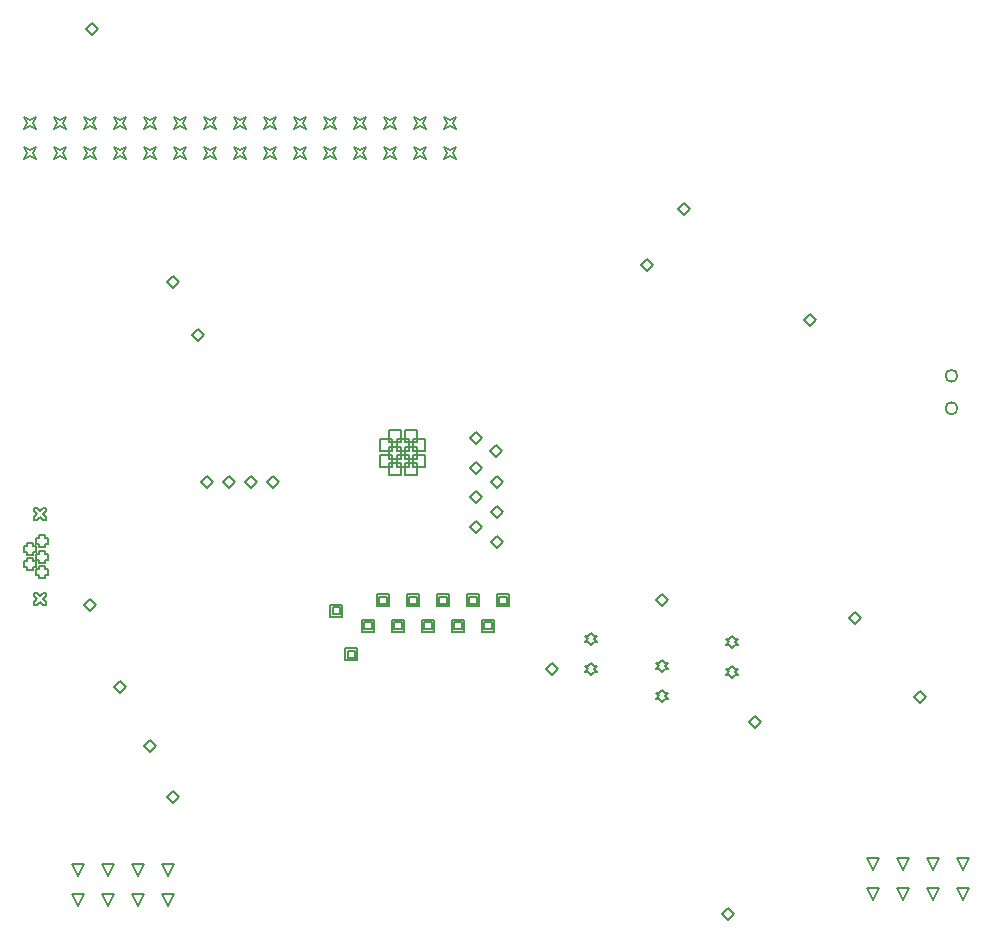
<source format=gbr>
G04*
G04 #@! TF.GenerationSoftware,Altium Limited,Altium Designer,25.3.3 (18)*
G04*
G04 Layer_Color=2752767*
%FSLAX44Y44*%
%MOMM*%
G71*
G04*
G04 #@! TF.SameCoordinates,28098AB9-3807-4A49-8781-5BF9FE85299D*
G04*
G04*
G04 #@! TF.FilePolarity,Positive*
G04*
G01*
G75*
%ADD16C,0.1270*%
%ADD82C,0.1693*%
D16*
X497840Y234950D02*
X500380Y237490D01*
X502920D01*
X500380Y240030D01*
X502920Y242570D01*
X500380D01*
X497840Y245110D01*
X495300Y242570D01*
X492760D01*
X495300Y240030D01*
X492760Y237490D01*
X495300D01*
X497840Y234950D01*
Y260350D02*
X500380Y262890D01*
X502920D01*
X500380Y265430D01*
X502920Y267970D01*
X500380D01*
X497840Y270510D01*
X495300Y267970D01*
X492760D01*
X495300Y265430D01*
X492760Y262890D01*
X495300D01*
X497840Y260350D01*
X63500Y39370D02*
X58420Y49530D01*
X68580D01*
X63500Y39370D01*
X88900D02*
X83820Y49530D01*
X93980D01*
X88900Y39370D01*
X114300D02*
X109220Y49530D01*
X119380D01*
X114300Y39370D01*
X139700D02*
X134620Y49530D01*
X144780D01*
X139700Y39370D01*
X63500Y64770D02*
X58420Y74930D01*
X68580D01*
X63500Y64770D01*
X88900D02*
X83820Y74930D01*
X93980D01*
X88900Y64770D01*
X114300D02*
X109220Y74930D01*
X119380D01*
X114300Y64770D01*
X139700D02*
X134620Y74930D01*
X144780D01*
X139700Y64770D01*
X373380Y671830D02*
X375920Y676910D01*
X373380Y681990D01*
X378460Y679450D01*
X383540Y681990D01*
X381000Y676910D01*
X383540Y671830D01*
X378460Y674370D01*
X373380Y671830D01*
Y697230D02*
X375920Y702310D01*
X373380Y707390D01*
X378460Y704850D01*
X383540Y707390D01*
X381000Y702310D01*
X383540Y697230D01*
X378460Y699770D01*
X373380Y697230D01*
X347980Y671830D02*
X350520Y676910D01*
X347980Y681990D01*
X353060Y679450D01*
X358140Y681990D01*
X355600Y676910D01*
X358140Y671830D01*
X353060Y674370D01*
X347980Y671830D01*
Y697230D02*
X350520Y702310D01*
X347980Y707390D01*
X353060Y704850D01*
X358140Y707390D01*
X355600Y702310D01*
X358140Y697230D01*
X353060Y699770D01*
X347980Y697230D01*
X322580Y671830D02*
X325120Y676910D01*
X322580Y681990D01*
X327660Y679450D01*
X332740Y681990D01*
X330200Y676910D01*
X332740Y671830D01*
X327660Y674370D01*
X322580Y671830D01*
Y697230D02*
X325120Y702310D01*
X322580Y707390D01*
X327660Y704850D01*
X332740Y707390D01*
X330200Y702310D01*
X332740Y697230D01*
X327660Y699770D01*
X322580Y697230D01*
X297180Y671830D02*
X299720Y676910D01*
X297180Y681990D01*
X302260Y679450D01*
X307340Y681990D01*
X304800Y676910D01*
X307340Y671830D01*
X302260Y674370D01*
X297180Y671830D01*
Y697230D02*
X299720Y702310D01*
X297180Y707390D01*
X302260Y704850D01*
X307340Y707390D01*
X304800Y702310D01*
X307340Y697230D01*
X302260Y699770D01*
X297180Y697230D01*
X271780Y671830D02*
X274320Y676910D01*
X271780Y681990D01*
X276860Y679450D01*
X281940Y681990D01*
X279400Y676910D01*
X281940Y671830D01*
X276860Y674370D01*
X271780Y671830D01*
Y697230D02*
X274320Y702310D01*
X271780Y707390D01*
X276860Y704850D01*
X281940Y707390D01*
X279400Y702310D01*
X281940Y697230D01*
X276860Y699770D01*
X271780Y697230D01*
X246380Y671830D02*
X248920Y676910D01*
X246380Y681990D01*
X251460Y679450D01*
X256540Y681990D01*
X254000Y676910D01*
X256540Y671830D01*
X251460Y674370D01*
X246380Y671830D01*
Y697230D02*
X248920Y702310D01*
X246380Y707390D01*
X251460Y704850D01*
X256540Y707390D01*
X254000Y702310D01*
X256540Y697230D01*
X251460Y699770D01*
X246380Y697230D01*
X220980Y671830D02*
X223520Y676910D01*
X220980Y681990D01*
X226060Y679450D01*
X231140Y681990D01*
X228600Y676910D01*
X231140Y671830D01*
X226060Y674370D01*
X220980Y671830D01*
Y697230D02*
X223520Y702310D01*
X220980Y707390D01*
X226060Y704850D01*
X231140Y707390D01*
X228600Y702310D01*
X231140Y697230D01*
X226060Y699770D01*
X220980Y697230D01*
X195580Y671830D02*
X198120Y676910D01*
X195580Y681990D01*
X200660Y679450D01*
X205740Y681990D01*
X203200Y676910D01*
X205740Y671830D01*
X200660Y674370D01*
X195580Y671830D01*
Y697230D02*
X198120Y702310D01*
X195580Y707390D01*
X200660Y704850D01*
X205740Y707390D01*
X203200Y702310D01*
X205740Y697230D01*
X200660Y699770D01*
X195580Y697230D01*
X170180Y671830D02*
X172720Y676910D01*
X170180Y681990D01*
X175260Y679450D01*
X180340Y681990D01*
X177800Y676910D01*
X180340Y671830D01*
X175260Y674370D01*
X170180Y671830D01*
Y697230D02*
X172720Y702310D01*
X170180Y707390D01*
X175260Y704850D01*
X180340Y707390D01*
X177800Y702310D01*
X180340Y697230D01*
X175260Y699770D01*
X170180Y697230D01*
X144780Y671830D02*
X147320Y676910D01*
X144780Y681990D01*
X149860Y679450D01*
X154940Y681990D01*
X152400Y676910D01*
X154940Y671830D01*
X149860Y674370D01*
X144780Y671830D01*
Y697230D02*
X147320Y702310D01*
X144780Y707390D01*
X149860Y704850D01*
X154940Y707390D01*
X152400Y702310D01*
X154940Y697230D01*
X149860Y699770D01*
X144780Y697230D01*
X119380Y671830D02*
X121920Y676910D01*
X119380Y681990D01*
X124460Y679450D01*
X129540Y681990D01*
X127000Y676910D01*
X129540Y671830D01*
X124460Y674370D01*
X119380Y671830D01*
Y697230D02*
X121920Y702310D01*
X119380Y707390D01*
X124460Y704850D01*
X129540Y707390D01*
X127000Y702310D01*
X129540Y697230D01*
X124460Y699770D01*
X119380Y697230D01*
X93980Y671830D02*
X96520Y676910D01*
X93980Y681990D01*
X99060Y679450D01*
X104140Y681990D01*
X101600Y676910D01*
X104140Y671830D01*
X99060Y674370D01*
X93980Y671830D01*
Y697230D02*
X96520Y702310D01*
X93980Y707390D01*
X99060Y704850D01*
X104140Y707390D01*
X101600Y702310D01*
X104140Y697230D01*
X99060Y699770D01*
X93980Y697230D01*
X68580Y671830D02*
X71120Y676910D01*
X68580Y681990D01*
X73660Y679450D01*
X78740Y681990D01*
X76200Y676910D01*
X78740Y671830D01*
X73660Y674370D01*
X68580Y671830D01*
Y697230D02*
X71120Y702310D01*
X68580Y707390D01*
X73660Y704850D01*
X78740Y707390D01*
X76200Y702310D01*
X78740Y697230D01*
X73660Y699770D01*
X68580Y697230D01*
X43180Y671830D02*
X45720Y676910D01*
X43180Y681990D01*
X48260Y679450D01*
X53340Y681990D01*
X50800Y676910D01*
X53340Y671830D01*
X48260Y674370D01*
X43180Y671830D01*
Y697230D02*
X45720Y702310D01*
X43180Y707390D01*
X48260Y704850D01*
X53340Y707390D01*
X50800Y702310D01*
X53340Y697230D01*
X48260Y699770D01*
X43180Y697230D01*
X17780Y671830D02*
X20320Y676910D01*
X17780Y681990D01*
X22860Y679450D01*
X27940Y681990D01*
X25400Y676910D01*
X27940Y671830D01*
X22860Y674370D01*
X17780Y671830D01*
Y697230D02*
X20320Y702310D01*
X17780Y707390D01*
X22860Y704850D01*
X27940Y707390D01*
X25400Y702310D01*
X27940Y697230D01*
X22860Y699770D01*
X17780Y697230D01*
X333110Y425100D02*
Y435260D01*
X343270D01*
Y425100D01*
X333110D01*
X319110D02*
Y435260D01*
X329270D01*
Y425100D01*
X319110D01*
X347110D02*
Y435260D01*
X357270D01*
Y425100D01*
X347110D01*
X319110Y411100D02*
Y421260D01*
X329270D01*
Y411100D01*
X319110D01*
X333110D02*
Y421260D01*
X343270D01*
Y411100D01*
X333110D01*
X347110D02*
Y421260D01*
X357270D01*
Y411100D01*
X347110D01*
X326110Y432100D02*
Y442260D01*
X336270D01*
Y432100D01*
X326110D01*
X340110D02*
Y442260D01*
X350270D01*
Y432100D01*
X340110D01*
X326110Y418100D02*
Y428260D01*
X336270D01*
Y418100D01*
X326110D01*
X340110D02*
Y428260D01*
X350270D01*
Y418100D01*
X340110D01*
X326110Y404100D02*
Y414260D01*
X336270D01*
Y404100D01*
X326110D01*
X340110D02*
Y414260D01*
X350270D01*
Y404100D01*
X340110D01*
X20320Y326390D02*
Y323850D01*
X25400D01*
Y326390D01*
X27940D01*
Y331470D01*
X25400D01*
Y334010D01*
X20320D01*
Y331470D01*
X17780D01*
Y326390D01*
X20320D01*
Y339390D02*
Y336850D01*
X25400D01*
Y339390D01*
X27940D01*
Y344470D01*
X25400D01*
Y347010D01*
X20320D01*
Y344470D01*
X17780D01*
Y339390D01*
X20320D01*
X30320Y319890D02*
Y317350D01*
X35400D01*
Y319890D01*
X37940D01*
Y324970D01*
X35400D01*
Y327510D01*
X30320D01*
Y324970D01*
X27780D01*
Y319890D01*
X30320D01*
Y332890D02*
Y330350D01*
X35400D01*
Y332890D01*
X37940D01*
Y337970D01*
X35400D01*
Y340510D01*
X30320D01*
Y337970D01*
X27780D01*
Y332890D01*
X30320D01*
X25580Y366100D02*
X28120D01*
X30660Y368640D01*
X33200Y366100D01*
X35740D01*
Y368640D01*
X33200Y371180D01*
X35740Y373720D01*
Y376260D01*
X33200D01*
X30660Y373720D01*
X28120Y376260D01*
X25580D01*
Y373720D01*
X28120Y371180D01*
X25580Y368640D01*
Y366100D01*
Y294600D02*
X28120D01*
X30660Y297140D01*
X33200Y294600D01*
X35740D01*
Y297140D01*
X33200Y299680D01*
X35740Y302220D01*
Y304760D01*
X33200D01*
X30660Y302220D01*
X28120Y304760D01*
X25580D01*
Y302220D01*
X28120Y299680D01*
X25580Y297140D01*
Y294600D01*
X30320Y345890D02*
Y343350D01*
X35400D01*
Y345890D01*
X37940D01*
Y350970D01*
X35400D01*
Y353510D01*
X30320D01*
Y350970D01*
X27780D01*
Y345890D01*
X30320D01*
X617220Y232410D02*
X619760Y234950D01*
X622300D01*
X619760Y237490D01*
X622300Y240030D01*
X619760D01*
X617220Y242570D01*
X614680Y240030D01*
X612140D01*
X614680Y237490D01*
X612140Y234950D01*
X614680D01*
X617220Y232410D01*
Y257810D02*
X619760Y260350D01*
X622300D01*
X619760Y262890D01*
X622300Y265430D01*
X619760D01*
X617220Y267970D01*
X614680Y265430D01*
X612140D01*
X614680Y262890D01*
X612140Y260350D01*
X614680D01*
X617220Y257810D01*
X557530Y212090D02*
X560070Y214630D01*
X562610D01*
X560070Y217170D01*
X562610Y219710D01*
X560070D01*
X557530Y222250D01*
X554990Y219710D01*
X552450D01*
X554990Y217170D01*
X552450Y214630D01*
X554990D01*
X557530Y212090D01*
Y237490D02*
X560070Y240030D01*
X562610D01*
X560070Y242570D01*
X562610Y245110D01*
X560070D01*
X557530Y247650D01*
X554990Y245110D01*
X552450D01*
X554990Y242570D01*
X552450Y240030D01*
X554990D01*
X557530Y237490D01*
X736600Y44450D02*
X731520Y54610D01*
X741680D01*
X736600Y44450D01*
X762000D02*
X756920Y54610D01*
X767080D01*
X762000Y44450D01*
X787400D02*
X782320Y54610D01*
X792480D01*
X787400Y44450D01*
X812800D02*
X807720Y54610D01*
X817880D01*
X812800Y44450D01*
X736600Y69850D02*
X731520Y80010D01*
X741680D01*
X736600Y69850D01*
X762000D02*
X756920Y80010D01*
X767080D01*
X762000Y69850D01*
X787400D02*
X782320Y80010D01*
X792480D01*
X787400Y69850D01*
X812800D02*
X807720Y80010D01*
X817880D01*
X812800Y69850D01*
X119380Y175260D02*
X124460Y180340D01*
X129540Y175260D01*
X124460Y170180D01*
X119380Y175260D01*
X716280Y283210D02*
X721360Y288290D01*
X726440Y283210D01*
X721360Y278130D01*
X716280Y283210D01*
X405130Y271780D02*
Y281940D01*
X415290D01*
Y271780D01*
X405130D01*
X407162Y273812D02*
Y279908D01*
X413258D01*
Y273812D01*
X407162D01*
X289560Y247650D02*
Y257810D01*
X299720D01*
Y247650D01*
X289560D01*
X291592Y249682D02*
Y255778D01*
X297688D01*
Y249682D01*
X291592D01*
X276860Y284480D02*
Y294640D01*
X287020D01*
Y284480D01*
X276860D01*
X278892Y286512D02*
Y292608D01*
X284988D01*
Y286512D01*
X278892D01*
X631190Y195580D02*
X636270Y200660D01*
X641350Y195580D01*
X636270Y190500D01*
X631190Y195580D01*
X552450Y298450D02*
X557530Y303530D01*
X562610Y298450D01*
X557530Y293370D01*
X552450Y298450D01*
X608330Y33020D02*
X613410Y38100D01*
X618490Y33020D01*
X613410Y27940D01*
X608330Y33020D01*
X138430Y132080D02*
X143510Y137160D01*
X148590Y132080D01*
X143510Y127000D01*
X138430Y132080D01*
X770890Y216535D02*
X775970Y221615D01*
X781050Y216535D01*
X775970Y211455D01*
X770890Y216535D01*
X138430Y567690D02*
X143510Y572770D01*
X148590Y567690D01*
X143510Y562610D01*
X138430Y567690D01*
X160020Y523240D02*
X165100Y528320D01*
X170180Y523240D01*
X165100Y518160D01*
X160020Y523240D01*
X167640Y398780D02*
X172720Y403860D01*
X177800Y398780D01*
X172720Y393700D01*
X167640Y398780D01*
X186267D02*
X191347Y403860D01*
X196427Y398780D01*
X191347Y393700D01*
X186267Y398780D01*
X204893D02*
X209973Y403860D01*
X215053Y398780D01*
X209973Y393700D01*
X204893Y398780D01*
X223520D02*
X228600Y403860D01*
X233680Y398780D01*
X228600Y393700D01*
X223520Y398780D01*
X303530Y271780D02*
Y281940D01*
X313690D01*
Y271780D01*
X303530D01*
X305562Y273812D02*
Y279908D01*
X311658D01*
Y273812D01*
X305562D01*
X69850Y782320D02*
X74930Y787400D01*
X80010Y782320D01*
X74930Y777240D01*
X69850Y782320D01*
X540213Y582668D02*
X545293Y587748D01*
X550373Y582668D01*
X545293Y577588D01*
X540213Y582668D01*
X341630Y293370D02*
Y303530D01*
X351790D01*
Y293370D01*
X341630D01*
X343662Y295402D02*
Y301498D01*
X349758D01*
Y295402D01*
X343662D01*
X367030Y293370D02*
Y303530D01*
X377190D01*
Y293370D01*
X367030D01*
X369062Y295402D02*
Y301498D01*
X375158D01*
Y295402D01*
X369062D01*
X316230Y293370D02*
Y303530D01*
X326390D01*
Y293370D01*
X316230D01*
X318262Y295402D02*
Y301498D01*
X324358D01*
Y295402D01*
X318262D01*
X379730Y271780D02*
Y281940D01*
X389890D01*
Y271780D01*
X379730D01*
X381762Y273812D02*
Y279908D01*
X387858D01*
Y273812D01*
X381762D01*
X394970Y360680D02*
X400050Y365760D01*
X405130Y360680D01*
X400050Y355600D01*
X394970Y360680D01*
X394983Y435597D02*
X400063Y440677D01*
X405143Y435597D01*
X400063Y430517D01*
X394983Y435597D01*
X394970Y410633D02*
X400050Y415713D01*
X405130Y410633D01*
X400050Y405553D01*
X394970Y410633D01*
X412076Y424802D02*
X417155Y429882D01*
X422235Y424802D01*
X417155Y419722D01*
X412076Y424802D01*
X412750Y398780D02*
X417830Y403860D01*
X422910Y398780D01*
X417830Y393700D01*
X412750Y398780D01*
Y373380D02*
X417830Y378460D01*
X422910Y373380D01*
X417830Y368300D01*
X412750Y373380D01*
X394970Y385657D02*
X400050Y390737D01*
X405130Y385657D01*
X400050Y380577D01*
X394970Y385657D01*
X412750Y347980D02*
X417830Y353060D01*
X422910Y347980D01*
X417830Y342900D01*
X412750Y347980D01*
X678180Y535940D02*
X683260Y541020D01*
X688340Y535940D01*
X683260Y530860D01*
X678180Y535940D01*
X571500Y629920D02*
X576580Y635000D01*
X581660Y629920D01*
X576580Y624840D01*
X571500Y629920D01*
X93980Y224790D02*
X99060Y229870D01*
X104140Y224790D01*
X99060Y219710D01*
X93980Y224790D01*
X459740Y240030D02*
X464820Y245110D01*
X469900Y240030D01*
X464820Y234950D01*
X459740Y240030D01*
X68580Y294640D02*
X73660Y299720D01*
X78740Y294640D01*
X73660Y289560D01*
X68580Y294640D01*
X417830Y293370D02*
Y303530D01*
X427990D01*
Y293370D01*
X417830D01*
X419862Y295402D02*
Y301498D01*
X425958D01*
Y295402D01*
X419862D01*
X392430Y293370D02*
Y303530D01*
X402590D01*
Y293370D01*
X392430D01*
X394462Y295402D02*
Y301498D01*
X400558D01*
Y295402D01*
X394462D01*
X354330Y271780D02*
Y281940D01*
X364490D01*
Y271780D01*
X354330D01*
X356362Y273812D02*
Y279908D01*
X362458D01*
Y273812D01*
X356362D01*
X328930Y271780D02*
Y281940D01*
X339090D01*
Y271780D01*
X328930D01*
X330962Y273812D02*
Y279908D01*
X337058D01*
Y273812D01*
X330962D01*
D82*
X807720Y488510D02*
G03*
X807720Y488510I-5080J0D01*
G01*
Y461010D02*
G03*
X807720Y461010I-5080J0D01*
G01*
M02*

</source>
